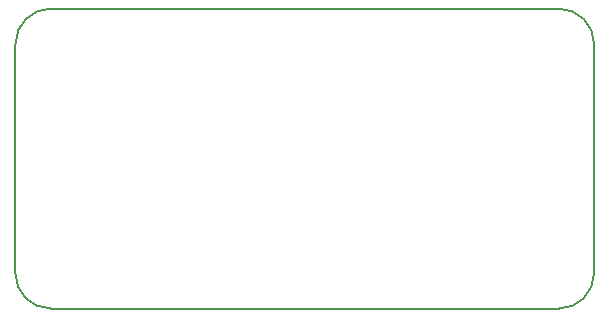
<source format=gbr>
G04 (created by PCBNEW (2013-05-31 BZR 4019)-stable) date 9/7/2014 5:27:28 PM*
%MOIN*%
G04 Gerber Fmt 3.4, Leading zero omitted, Abs format*
%FSLAX34Y34*%
G01*
G70*
G90*
G04 APERTURE LIST*
%ADD10C,0.00590551*%
G04 APERTURE END LIST*
G54D10*
X62598Y-34409D02*
X62598Y-26771D01*
X43307Y-34409D02*
X43307Y-26771D01*
X44488Y-35590D02*
X61417Y-35590D01*
X61417Y-25590D02*
X44488Y-25590D01*
X43307Y-34409D02*
G75*
G03X44488Y-35590I1181J0D01*
G74*
G01*
X61417Y-35590D02*
G75*
G03X62598Y-34409I0J1181D01*
G74*
G01*
X62598Y-26771D02*
G75*
G03X61417Y-25590I-1181J0D01*
G74*
G01*
X44488Y-25590D02*
G75*
G03X43307Y-26771I0J-1181D01*
G74*
G01*
M02*

</source>
